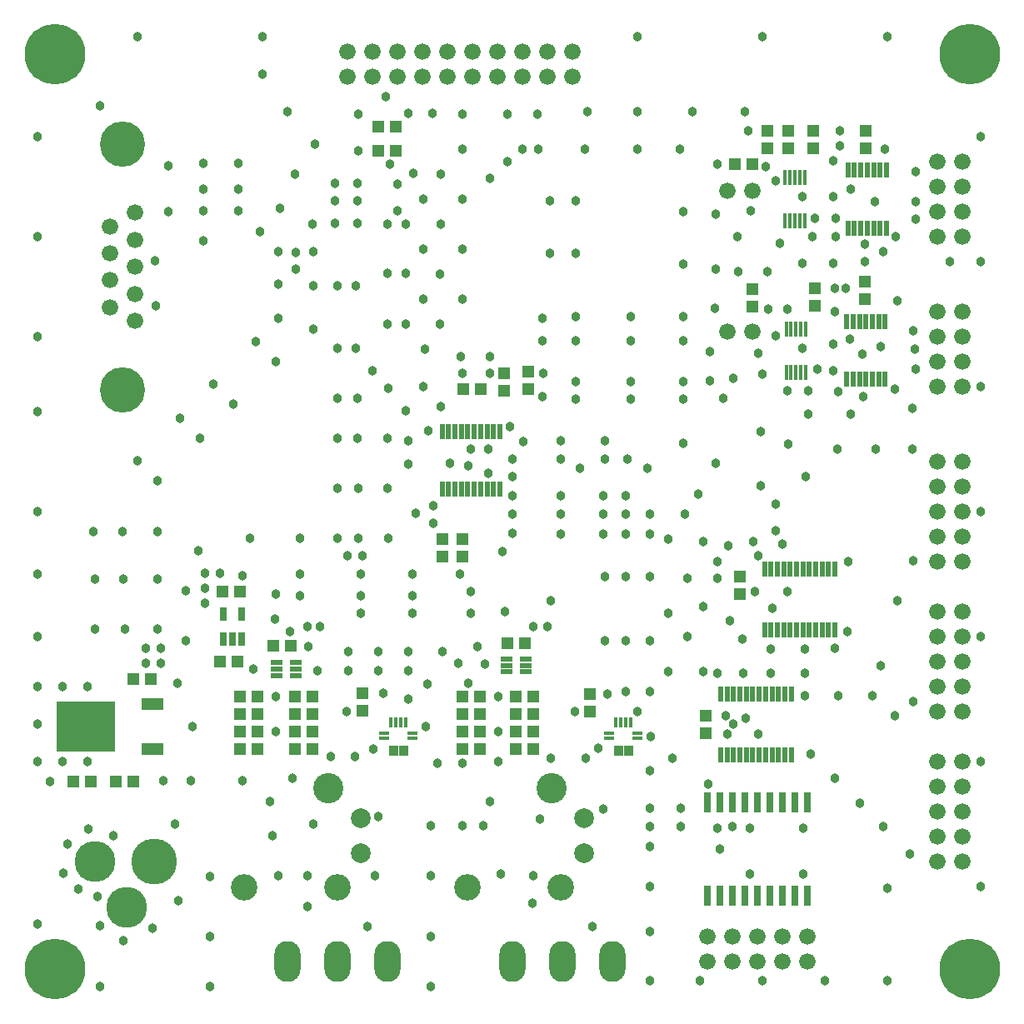
<source format=gts>
G04 EasyPC Gerber Version 21.0.3 Build 4286 *
%FSLAX35Y35*%
%MOIN*%
%ADD141O,0.10443X0.16348*%
%ADD134R,0.01781X0.03946*%
%ADD101R,0.01781X0.06112*%
%ADD132R,0.02175X0.03946*%
%ADD144R,0.02175X0.06112*%
%ADD139R,0.02372X0.06407*%
%ADD90R,0.02962X0.05324*%
%ADD140R,0.03159X0.08277*%
%ADD130R,0.04537X0.04891*%
%ADD97C,0.03800*%
%ADD88C,0.06600*%
%ADD135C,0.07900*%
%ADD136C,0.10600*%
%ADD137C,0.12100*%
%ADD129C,0.16348*%
%ADD95C,0.18100*%
%ADD128C,0.18317*%
%ADD133R,0.03946X0.01781*%
%ADD138R,0.04537X0.02372*%
%ADD131R,0.04891X0.04537*%
%ADD142R,0.08868X0.04537*%
%ADD87C,0.24222*%
%ADD143R,0.23631X0.19891*%
X0Y0D02*
D02*
D87*
X20679Y16929D03*
Y383071D03*
X386821Y16929D03*
Y383071D03*
D02*
D88*
X42750Y281800D03*
Y292600D03*
Y303400D03*
Y314200D03*
X52750Y276400D03*
Y287200D03*
Y298000D03*
Y308800D03*
Y319600D03*
X137750Y374000D03*
Y384000D03*
X147750Y374000D03*
Y384000D03*
X157750Y374000D03*
Y384000D03*
X167750Y374000D03*
Y384000D03*
X177750Y374000D03*
Y384000D03*
X187750Y374000D03*
Y384000D03*
X197750Y374000D03*
Y384000D03*
X207750Y374000D03*
Y384000D03*
X217750Y374000D03*
Y384000D03*
X227750Y374000D03*
Y384000D03*
X281750Y20000D03*
Y30000D03*
X289750Y272000D03*
Y328500D03*
X291750Y20000D03*
Y30000D03*
X299750Y272000D03*
Y328500D03*
X301750Y20000D03*
Y30000D03*
X311750Y20000D03*
Y30000D03*
X321750Y20000D03*
Y30000D03*
X373750Y60000D03*
Y70000D03*
Y80000D03*
Y90000D03*
Y100000D03*
Y120000D03*
Y130000D03*
Y140000D03*
Y150000D03*
Y160000D03*
Y180000D03*
Y190000D03*
Y200000D03*
Y210000D03*
Y220000D03*
Y250000D03*
Y260000D03*
Y270000D03*
Y280000D03*
Y310000D03*
Y320000D03*
Y330000D03*
Y340000D03*
X383750Y60000D03*
Y70000D03*
Y80000D03*
Y90000D03*
Y100000D03*
Y120000D03*
Y130000D03*
Y140000D03*
Y150000D03*
Y160000D03*
Y180000D03*
Y190000D03*
Y200000D03*
Y210000D03*
Y220000D03*
Y250000D03*
Y260000D03*
Y270000D03*
Y280000D03*
Y310000D03*
Y320000D03*
Y330000D03*
Y340000D03*
D02*
D90*
X88010Y149079D03*
Y158921D03*
X91750Y149079D03*
X95490D03*
Y158921D03*
D02*
D95*
X47750Y248800D03*
Y347200D03*
D02*
D97*
X13750Y35000D03*
Y100000D03*
Y115000D03*
Y130000D03*
Y150000D03*
Y175000D03*
Y200000D03*
Y240000D03*
Y270000D03*
Y310000D03*
Y350000D03*
X18750Y92000D03*
X23750Y100000D03*
Y130000D03*
X24250Y55500D03*
X25750Y67000D03*
X30250Y49000D03*
X33750Y100000D03*
Y130000D03*
X34250Y73000D03*
X36250Y192000D03*
X36750Y153000D03*
Y173000D03*
X37750Y46000D03*
X38750Y10000D03*
Y34500D03*
Y362500D03*
X44250Y70500D03*
X47750Y192000D03*
X48250Y28500D03*
Y173000D03*
X48750Y153000D03*
X53750Y220500D03*
Y390000D03*
X57250Y139500D03*
Y145500D03*
X59750Y33500D03*
X60750Y300500D03*
X61250Y282500D03*
X61750Y153000D03*
Y173000D03*
Y192000D03*
Y212500D03*
X63250Y139500D03*
Y145500D03*
X64250Y92500D03*
X66250Y320000D03*
Y338500D03*
X68750Y75000D03*
X69750Y131500D03*
X70250Y44500D03*
X70750Y237500D03*
X73250Y148500D03*
Y168500D03*
X75250Y92500D03*
X75750Y114000D03*
X78250Y184500D03*
X78750Y229500D03*
X80250Y308500D03*
Y320500D03*
Y329000D03*
Y339500D03*
X80750Y163500D03*
Y169500D03*
Y175500D03*
X82750Y10000D03*
Y30000D03*
Y54000D03*
X84250Y251000D03*
X86750Y175500D03*
X92250Y243000D03*
X94250Y320500D03*
Y329000D03*
Y339500D03*
X95750Y92500D03*
Y174500D03*
X98750Y189500D03*
X100250Y137000D03*
X101250Y268000D03*
X102750Y312000D03*
X103750Y375000D03*
Y390000D03*
X106750Y84000D03*
X107750Y70500D03*
X108750Y157000D03*
X109250Y112000D03*
Y126000D03*
Y167000D03*
Y260000D03*
X110250Y54500D03*
Y277500D03*
Y291000D03*
Y304000D03*
X110750Y321500D03*
X113750Y360000D03*
X114750Y152000D03*
X115750Y93500D03*
X116750Y335000D03*
X117250Y297000D03*
Y303750D03*
X118750Y166500D03*
Y175000D03*
Y189500D03*
X121750Y42000D03*
Y54500D03*
Y154000D03*
X122250Y146000D03*
X123750Y315000D03*
X124250Y75000D03*
Y273000D03*
Y290500D03*
Y304000D03*
X124750Y347000D03*
X125750Y136500D03*
X126750Y154000D03*
X131250Y102000D03*
X132750Y315500D03*
Y324500D03*
Y331500D03*
X133750Y189500D03*
Y209500D03*
Y229500D03*
Y245500D03*
Y265500D03*
Y290500D03*
X137604Y120126D03*
X137750Y182500D03*
X138250Y136500D03*
Y144000D03*
X140750Y102000D03*
X141250Y265500D03*
Y290500D03*
X141750Y229500D03*
Y245500D03*
Y315500D03*
Y324500D03*
Y331500D03*
X142250Y189500D03*
Y209500D03*
Y344500D03*
Y359000D03*
X143250Y159500D03*
Y166500D03*
Y175000D03*
X143750Y182500D03*
X145750Y34000D03*
X147750Y256500D03*
X148250Y105000D03*
X148750Y54500D03*
X150250Y78000D03*
Y136500D03*
Y144000D03*
X152250Y127500D03*
X153250Y366000D03*
X153750Y209500D03*
Y229500D03*
Y275000D03*
Y295500D03*
Y315000D03*
X154250Y189500D03*
Y249500D03*
X154750Y339000D03*
X157750Y320500D03*
Y331000D03*
X161250Y240500D03*
Y275000D03*
Y295500D03*
Y315000D03*
X162250Y125000D03*
Y136500D03*
Y144000D03*
Y219000D03*
Y228500D03*
Y359500D03*
X163750Y159500D03*
Y166500D03*
Y175000D03*
X164250Y335500D03*
X165250Y199500D03*
X168250Y250000D03*
Y285000D03*
Y305000D03*
Y325000D03*
X168750Y265000D03*
X169250Y114000D03*
X169750Y131000D03*
X170250Y232500D03*
X171250Y10000D03*
Y30000D03*
Y54500D03*
Y74500D03*
X171750Y359500D03*
X172250Y195500D03*
Y202500D03*
X173750Y99500D03*
X174750Y275000D03*
Y295000D03*
X175250Y242000D03*
Y315000D03*
Y335000D03*
X175750Y144000D03*
X178750Y219500D03*
X182250Y139500D03*
X182750Y175000D03*
X183250Y262000D03*
X183750Y74500D03*
Y99500D03*
Y255500D03*
Y285000D03*
Y305000D03*
Y325000D03*
Y345000D03*
Y359000D03*
X186250Y131500D03*
Y218500D03*
X187250Y159500D03*
Y168000D03*
Y225000D03*
X189750Y146000D03*
X192250Y74500D03*
X192750Y139000D03*
X194250Y215500D03*
Y225000D03*
X194750Y84000D03*
Y262000D03*
Y333500D03*
X194764Y255500D03*
X198250Y100000D03*
Y112000D03*
Y126000D03*
X199250Y55000D03*
X199750Y184000D03*
X200750Y160000D03*
X201750Y340000D03*
Y359000D03*
X202750Y234000D03*
X203750Y191500D03*
Y199000D03*
Y206500D03*
Y214000D03*
Y221000D03*
X207750Y345000D03*
X208250Y228000D03*
X211750Y43500D03*
X212250Y54500D03*
Y154000D03*
X213750Y359000D03*
X214250Y345000D03*
X214750Y77000D03*
X215750Y246000D03*
Y268500D03*
Y277500D03*
X216250Y255500D03*
X217750Y154000D03*
X218750Y303500D03*
Y324500D03*
X219250Y101500D03*
Y164500D03*
X223250Y191000D03*
Y199000D03*
Y206500D03*
Y221000D03*
Y228500D03*
X228750Y120000D03*
X229250Y245000D03*
Y252000D03*
Y268500D03*
Y278000D03*
Y303500D03*
Y324500D03*
X230750Y217500D03*
X232750Y345000D03*
X233250Y101500D03*
X233750Y360000D03*
X235750Y34000D03*
X238250Y105500D03*
X240250Y81000D03*
Y191000D03*
Y199000D03*
Y206500D03*
X240750Y148500D03*
Y174000D03*
Y221000D03*
Y228500D03*
X241750Y127000D03*
X249250Y128000D03*
Y148500D03*
Y174000D03*
Y191000D03*
Y199000D03*
Y206500D03*
X249750Y221000D03*
X251250Y245000D03*
Y252000D03*
Y268500D03*
Y278000D03*
X253750Y120000D03*
Y345000D03*
Y360000D03*
Y390000D03*
X257750Y217500D03*
X258750Y12500D03*
Y32000D03*
Y50000D03*
Y66000D03*
Y74000D03*
Y81500D03*
Y96500D03*
Y128000D03*
Y148500D03*
Y174000D03*
Y191000D03*
Y199000D03*
X259250Y110000D03*
X266250Y136000D03*
Y159500D03*
Y189000D03*
X267750Y101500D03*
X270750Y345000D03*
X271250Y74000D03*
Y81500D03*
X272250Y227500D03*
Y245000D03*
Y252000D03*
Y268500D03*
Y278000D03*
Y299000D03*
Y320000D03*
X272750Y199000D03*
X273750Y150000D03*
Y173500D03*
X275750Y360000D03*
X278250Y207000D03*
X278750Y12500D03*
X280250Y136000D03*
Y162000D03*
Y188000D03*
X282250Y91000D03*
X282750Y252500D03*
Y264000D03*
X284750Y281500D03*
X285250Y219500D03*
Y297000D03*
Y319000D03*
X285750Y73500D03*
Y135500D03*
Y173500D03*
Y180000D03*
Y339000D03*
X286750Y65000D03*
X288250Y245500D03*
X289250Y118500D03*
X289750Y111000D03*
X290250Y186500D03*
X290750Y156500D03*
X291750Y74000D03*
X292250Y115000D03*
Y253500D03*
X293750Y310000D03*
X294250Y296000D03*
X295750Y149000D03*
X296250Y135500D03*
X296750Y360000D03*
X297250Y117500D03*
X298250Y352500D03*
X298750Y55000D03*
Y73500D03*
X299250Y320500D03*
X300250Y188000D03*
X300750Y168000D03*
X302250Y111000D03*
Y182500D03*
Y263500D03*
X303250Y210500D03*
Y232000D03*
X303750Y12500D03*
Y255000D03*
Y390000D03*
X305250Y338000D03*
X305750Y296000D03*
X306250Y281000D03*
X307250Y135500D03*
Y145000D03*
X307750Y161500D03*
X309250Y192500D03*
Y203000D03*
Y270500D03*
Y332500D03*
X310750Y307500D03*
X311750Y187000D03*
X313750Y168000D03*
Y248500D03*
Y281000D03*
X314250Y227000D03*
X319750Y265500D03*
Y299500D03*
Y326000D03*
X320250Y55000D03*
Y73500D03*
X320750Y126500D03*
Y135500D03*
Y145000D03*
X321250Y214000D03*
X322250Y239000D03*
Y248500D03*
X323250Y103000D03*
X323750Y310000D03*
X324750Y317500D03*
X325750Y257000D03*
X328750Y12500D03*
X332250Y256500D03*
Y267000D03*
Y299500D03*
Y326000D03*
Y340500D03*
X332750Y93500D03*
Y145500D03*
Y280000D03*
Y289500D03*
X333250Y310000D03*
Y317500D03*
X333750Y225000D03*
X334250Y126500D03*
Y248000D03*
X334750Y346500D03*
Y352500D03*
X337250Y289500D03*
X337750Y152000D03*
X338250Y180000D03*
X338750Y269000D03*
X339250Y239000D03*
Y329000D03*
X342750Y83500D03*
X343750Y263000D03*
X344250Y246000D03*
X344750Y300000D03*
Y307000D03*
X347750Y126500D03*
X348750Y324000D03*
X349250Y225000D03*
X351250Y138500D03*
Y266000D03*
X352250Y74000D03*
Y304000D03*
X352750Y345000D03*
X353750Y12500D03*
Y49500D03*
Y390000D03*
X356750Y118500D03*
Y249000D03*
X357250Y310000D03*
X357750Y164500D03*
Y284500D03*
X362750Y63000D03*
X363750Y225000D03*
Y241500D03*
X364250Y124000D03*
Y180500D03*
Y272500D03*
X364750Y265000D03*
X365250Y257000D03*
Y317000D03*
Y324000D03*
Y336000D03*
X378750Y300000D03*
X391250Y50000D03*
Y100000D03*
Y150000D03*
Y200000D03*
Y250000D03*
Y300000D03*
Y350000D03*
D02*
D101*
X312813Y316339D03*
Y333661D03*
X313313Y255839D03*
Y273161D03*
X314781Y316339D03*
Y333661D03*
X315281Y255839D03*
Y273161D03*
X316750Y316339D03*
Y333661D03*
X317250Y255839D03*
Y273161D03*
X318719Y316339D03*
Y333661D03*
X319219Y255839D03*
Y273161D03*
X320687Y316339D03*
Y333661D03*
X321187Y255839D03*
Y273161D03*
D02*
D128*
X60372Y60000D03*
D02*
D129*
X36750D03*
X49545Y41693D03*
D02*
D130*
X143969Y120250D03*
Y127250D03*
X175750Y182000D03*
Y189000D03*
X183750Y182000D03*
Y189000D03*
X200630Y248543D03*
Y255543D03*
X210250Y249000D03*
Y256000D03*
X234750Y120000D03*
Y127000D03*
X281250Y111500D03*
Y118500D03*
X294750Y167000D03*
Y174000D03*
X299750Y282000D03*
Y289000D03*
X305750Y345500D03*
Y352500D03*
X314250Y345500D03*
Y352500D03*
X324250Y345500D03*
Y352500D03*
X324750Y282500D03*
Y289500D03*
X344750Y285000D03*
Y292000D03*
X345250Y345500D03*
Y352500D03*
D02*
D131*
X28250Y92000D03*
X35250D03*
X45250D03*
X52250D03*
Y133000D03*
X59250D03*
X86750Y140000D03*
X87750Y168000D03*
X93750Y140000D03*
X94750Y105000D03*
Y112000D03*
Y119000D03*
Y126000D03*
Y168000D03*
X101750Y105000D03*
Y112000D03*
Y119000D03*
Y126000D03*
X108250Y146500D03*
X115250D03*
X116750Y105000D03*
Y112000D03*
Y119000D03*
Y126000D03*
X123750Y105000D03*
Y112000D03*
Y119000D03*
Y126000D03*
X150250Y344500D03*
Y354000D03*
X157250Y344500D03*
Y354000D03*
X183750Y105000D03*
Y112000D03*
Y119000D03*
Y126000D03*
X184250Y249000D03*
X190750Y105000D03*
Y112000D03*
Y119000D03*
Y126000D03*
X191250Y249000D03*
X201750Y147500D03*
X205250Y105000D03*
Y112000D03*
Y119000D03*
Y126000D03*
X208750Y147500D03*
X212250Y105000D03*
Y112000D03*
Y119000D03*
Y126000D03*
X292750Y339000D03*
X299750D03*
D02*
D132*
X155494Y104457D03*
X157069D03*
X159431D03*
X161006D03*
X245494D03*
X247069D03*
X249431D03*
X251006D03*
D02*
D133*
X152541Y109378D03*
Y111346D03*
X163959Y109378D03*
Y111346D03*
X242541Y109378D03*
Y111346D03*
X253959Y109378D03*
Y111346D03*
D02*
D134*
X155297Y115677D03*
X157266D03*
X159234D03*
X161203D03*
X245297D03*
X247266D03*
X249234D03*
X251203D03*
D02*
D135*
X143021Y63535D03*
Y77315D03*
X232317Y63535D03*
Y77315D03*
D02*
D136*
X96368Y49756D03*
X133769D03*
X185663D03*
X223065D03*
D02*
D137*
X130226Y89520D03*
X219522D03*
D02*
D138*
X109510Y134441D03*
Y137000D03*
Y139559D03*
X116990Y134441D03*
Y137000D03*
Y139559D03*
X201510Y135941D03*
Y138500D03*
Y141059D03*
X208990Y135941D03*
Y138500D03*
Y141059D03*
D02*
D139*
X175734Y208933D03*
Y232067D03*
X178293Y208933D03*
Y232067D03*
X180852Y208933D03*
Y232067D03*
X183411Y208933D03*
Y232067D03*
X185970Y208933D03*
Y232067D03*
X188530Y208933D03*
Y232067D03*
X191089Y208933D03*
Y232067D03*
X193648Y208933D03*
Y232067D03*
X196207Y208933D03*
Y232067D03*
X198766Y208933D03*
Y232067D03*
X337573Y252933D03*
Y276067D03*
X338073Y313433D03*
Y336567D03*
X340132Y252933D03*
Y276067D03*
X340632Y313433D03*
Y336567D03*
X342691Y252933D03*
Y276067D03*
X343191Y313433D03*
Y336567D03*
X345250Y252933D03*
Y276067D03*
X345750Y313433D03*
Y336567D03*
X347809Y252933D03*
Y276067D03*
X348309Y313433D03*
Y336567D03*
X350368Y252933D03*
Y276067D03*
X350868Y313433D03*
Y336567D03*
X352927Y252933D03*
Y276067D03*
X353427Y313433D03*
Y336567D03*
D02*
D140*
X281750Y46398D03*
Y83602D03*
X286750Y46398D03*
Y83602D03*
X291750Y46398D03*
Y83602D03*
X296750Y46398D03*
Y83602D03*
X301750Y46398D03*
Y83602D03*
X306750Y46398D03*
Y83602D03*
X311750Y46398D03*
Y83602D03*
X316750Y46398D03*
Y83602D03*
X321750Y46398D03*
Y83602D03*
D02*
D141*
X113750Y20000D03*
X133750Y20008D03*
X153750Y20000D03*
X203750D03*
X223750D03*
X243750D03*
D02*
D142*
X59876Y105024D03*
Y122976D03*
D02*
D143*
X33104Y114000D03*
D02*
D144*
X287175Y102795D03*
Y127205D03*
X289734Y102795D03*
Y127205D03*
X292293Y102795D03*
Y127205D03*
X294852Y102795D03*
Y127205D03*
X297411Y102795D03*
Y127205D03*
X299970Y102795D03*
Y127205D03*
X302530Y102795D03*
Y127205D03*
X304675Y152795D03*
Y177205D03*
X305089Y102795D03*
Y127205D03*
X307234Y152795D03*
Y177205D03*
X307648Y102795D03*
Y127205D03*
X309793Y152795D03*
Y177205D03*
X310207Y102795D03*
Y127205D03*
X312352Y152795D03*
Y177205D03*
X312766Y102795D03*
Y127205D03*
X314911Y152795D03*
Y177205D03*
X315325Y102795D03*
Y127205D03*
X317470Y152795D03*
Y177205D03*
X320030Y152795D03*
Y177205D03*
X322589Y152795D03*
Y177205D03*
X325148Y152795D03*
Y177205D03*
X327707Y152795D03*
Y177205D03*
X330266Y152795D03*
Y177205D03*
X332825Y152795D03*
Y177205D03*
X0Y0D02*
M02*

</source>
